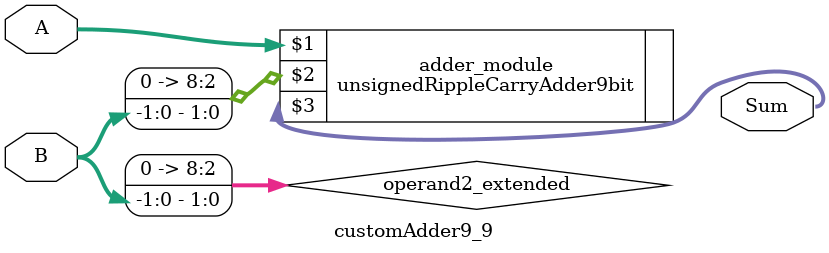
<source format=v>
module customAdder9_9(
                        input [8 : 0] A,
                        input [-1 : 0] B,
                        
                        output [9 : 0] Sum
                );

        wire [8 : 0] operand2_extended;
        
        assign operand2_extended =  {9'b0, B};
        
        unsignedRippleCarryAdder9bit adder_module(
            A,
            operand2_extended,
            Sum
        );
        
        endmodule
        
</source>
